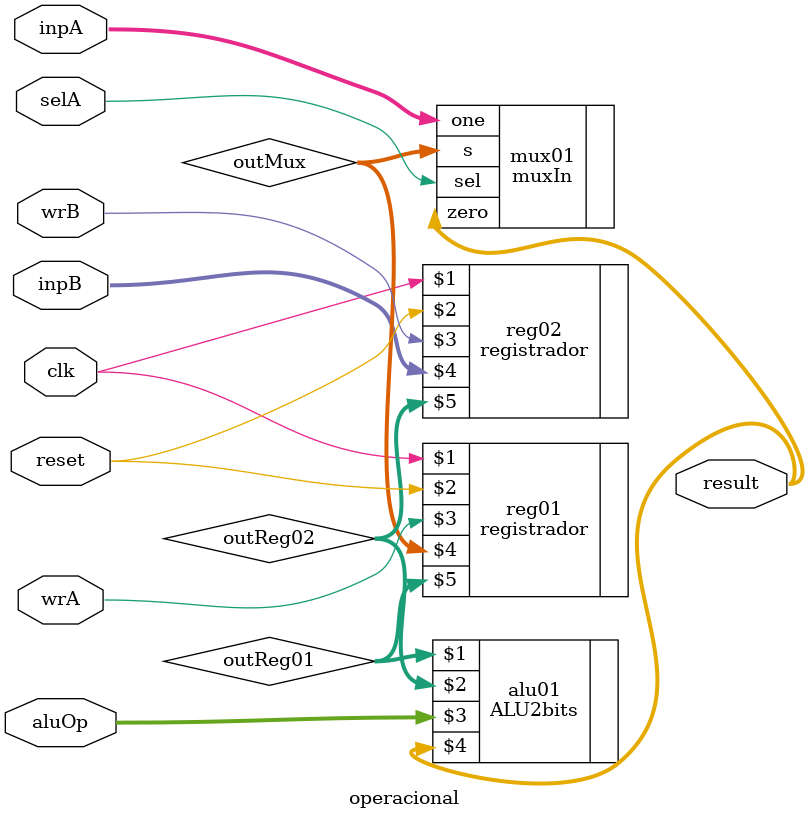
<source format=v>
module operacional (
    input wire[3:0] inpA,inpB, 
    input wire clk, reset,

    input wire selA,wrA,wrB,
    input wire[1:0] aluOp,

    output wire[3:0] result
);

    wire[3:0] outMux;
    muxIn mux01 (.zero(result), .one(inpA), .sel(selA), .s(outMux));

    wire[3:0] outReg01, outReg02;
    registrador reg01 (clk,reset,wrA,outMux,outReg01);
    registrador reg02 (clk,reset,wrB,inpB,outReg02);

    ALU2bits alu01 (outReg01,outReg02,aluOp,result);
    
endmodule
</source>
